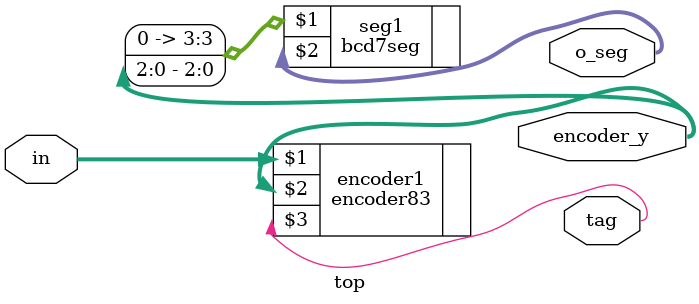
<source format=v>
module top(in, tag, o_seg, encoder_y);
	input [7:0] in;
	output tag;
	output [2:0] encoder_y;
	output [7:0] o_seg;

	encoder83 encoder1(in, encoder_y, tag);

	bcd7seg seg1({1'b0, encoder_y}, o_seg);

endmodule

</source>
